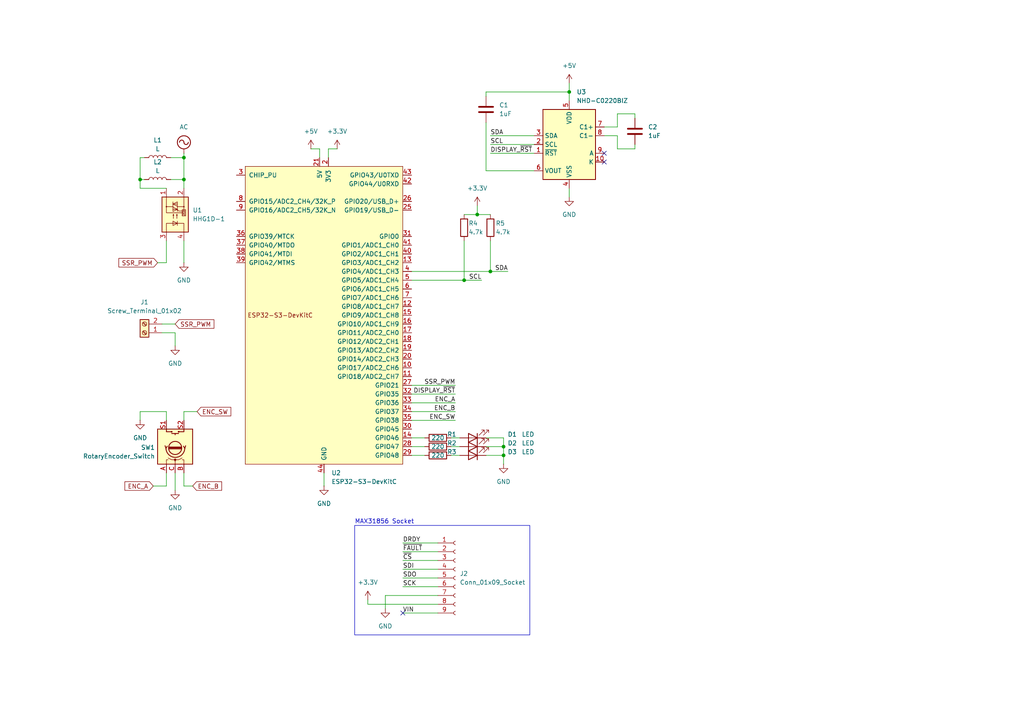
<source format=kicad_sch>
(kicad_sch (version 20250114) (generator "eeschema") (generator_version "9.0")
  (paper "A4")
  (lib_symbols
    (symbol "Connector:Conn_01x09_Socket" (pin_names (offset 1.016) (hide yes))
      (property "Reference" "J" (at 0 12.7 0))
      (property "Value" "Conn_01x09_Socket" (at 0 -12.7 0))
      (symbol "Conn_01x09_Socket_1_1"
        (polyline (pts (xy -1.27 10.16) (xy -0.508 10.16)) (stroke (width 0.1524)))
        (polyline (pts (xy -1.27 7.62) (xy -0.508 7.62)) (stroke (width 0.1524)))
        (polyline (pts (xy -1.27 5.08) (xy -0.508 5.08)) (stroke (width 0.1524)))
        (polyline (pts (xy -1.27 2.54) (xy -0.508 2.54)) (stroke (width 0.1524)))
        (polyline (pts (xy -1.27 0) (xy -0.508 0)) (stroke (width 0.1524)))
        (polyline (pts (xy -1.27 -2.54) (xy -0.508 -2.54)) (stroke (width 0.1524)))
        (polyline (pts (xy -1.27 -5.08) (xy -0.508 -5.08)) (stroke (width 0.1524)))
        (polyline (pts (xy -1.27 -7.62) (xy -0.508 -7.62)) (stroke (width 0.1524)))
        (polyline (pts (xy -1.27 -10.16) (xy -0.508 -10.16)) (stroke (width 0.1524)))
        (arc (start 0 9.652) (mid -0.5058 10.16) (end 0 10.668) (stroke (width 0.1524)))
        (arc (start 0 7.112) (mid -0.5058 7.62) (end 0 8.128) (stroke (width 0.1524)))
        (arc (start 0 4.572) (mid -0.5058 5.08) (end 0 5.588) (stroke (width 0.1524)))
        (arc (start 0 2.032) (mid -0.5058 2.54) (end 0 3.048) (stroke (width 0.1524)))
        (arc (start 0 -0.508) (mid -0.5058 0) (end 0 0.508) (stroke (width 0.1524)))
        (arc (start 0 -3.048) (mid -0.5058 -2.54) (end 0 -2.032) (stroke (width 0.1524)))
        (arc (start 0 -5.588) (mid -0.5058 -5.08) (end 0 -4.572) (stroke (width 0.1524)))
        (arc (start 0 -8.128) (mid -0.5058 -7.62) (end 0 -7.112) (stroke (width 0.1524)))
        (arc (start 0 -10.668) (mid -0.5058 -10.16) (end 0 -9.652) (stroke (width 0.1524)))
        (pin passive line (at -5.08 10.16 0) (length 3.81) (name "Pin_1") (number "1"))
        (pin passive line (at -5.08 7.62 0) (length 3.81) (name "Pin_2") (number "2"))
        (pin passive line (at -5.08 5.08 0) (length 3.81) (name "Pin_3") (number "3"))
        (pin passive line (at -5.08 2.54 0) (length 3.81) (name "Pin_4") (number "4"))
        (pin passive line (at -5.08 0 0) (length 3.81) (name "Pin_5") (number "5"))
        (pin passive line (at -5.08 -2.54 0) (length 3.81) (name "Pin_6") (number "6"))
        (pin passive line (at -5.08 -5.08 0) (length 3.81) (name "Pin_7") (number "7"))
        (pin passive line (at -5.08 -7.62 0) (length 3.81) (name "Pin_8") (number "8"))
        (pin passive line (at -5.08 -10.16 0) (length 3.81) (name "Pin_9") (number "9"))
      )
    )
    (symbol "Connector:Screw_Terminal_01x02" (pin_names (offset 1.016) (hide yes))
      (property "Reference" "J" (at 0 2.54 0))
      (property "Value" "Screw_Terminal_01x02" (at 0 -5.08 0))
      (symbol "Screw_Terminal_01x02_1_1"
        (rectangle (start -1.27 1.27) (end 1.27 -3.81) (stroke (width 0.254)) (fill (type background)))
        (polyline (pts (xy -0.5334 0.3302) (xy 0.3302 -0.508)) (stroke (width 0.1524)))
        (polyline (pts (xy -0.5334 -2.2098) (xy 0.3302 -3.048)) (stroke (width 0.1524)))
        (polyline (pts (xy -0.3556 0.508) (xy 0.508 -0.3302)) (stroke (width 0.1524)))
        (polyline (pts (xy -0.3556 -2.032) (xy 0.508 -2.8702)) (stroke (width 0.1524)))
        (circle (center 0 0) (radius 0.635) (stroke (width 0.1524)))
        (circle (center 0 -2.54) (radius 0.635) (stroke (width 0.1524)))
        (pin passive line (at -5.08 0 0) (length 3.81) (name "Pin_1") (number "1"))
        (pin passive line (at -5.08 -2.54 0) (length 3.81) (name "Pin_2") (number "2"))
      )
    )
    (symbol "Device:C" (pin_numbers (hide yes)) (pin_names (offset 0.254))
      (property "Reference" "C" (at 0.635 2.54 0))
      (property "Value" "C" (at 0.635 -2.54 0))
      (symbol "C_0_1"
        (polyline (pts (xy -2.032 0.762) (xy 2.032 0.762)) (stroke (width 0.508)))
        (polyline (pts (xy -2.032 -0.762) (xy 2.032 -0.762)) (stroke (width 0.508)))
      )
      (symbol "C_1_1"
        (pin passive line (at 0 3.81 270) (length 2.794) (name "~") (number "1"))
        (pin passive line (at 0 -3.81 90) (length 2.794) (name "~") (number "2"))
      )
    )
    (symbol "Device:L" (pin_numbers (hide yes)) (pin_names (offset 1.016) (hide yes))
      (property "Reference" "L" (at -1.27 0 90))
      (property "Value" "L" (at 1.905 0 90))
      (symbol "L_0_1"
        (arc (start 0 2.54) (mid 0.6323 1.905) (end 0 1.27))
        (arc (start 0 1.27) (mid 0.6323 0.635) (end 0 0))
        (arc (start 0 0) (mid 0.6323 -0.635) (end 0 -1.27))
        (arc (start 0 -1.27) (mid 0.6323 -1.905) (end 0 -2.54))
      )
      (symbol "L_1_1"
        (pin passive line (at 0 3.81 270) (length 1.27) (name "1") (number "1"))
        (pin passive line (at 0 -3.81 90) (length 1.27) (name "2") (number "2"))
      )
    )
    (symbol "Device:LED" (pin_numbers (hide yes)) (pin_names (offset 1.016) (hide yes))
      (property "Reference" "D" (at 0 2.54 0))
      (property "Value" "LED" (at 0 -2.54 0))
      (symbol "LED_0_1"
        (polyline (pts (xy -3.048 -0.762) (xy -4.572 -2.286) (xy -3.81 -2.286) (xy -4.572 -2.286) (xy -4.572 -1.524)))
        (polyline (pts (xy -1.778 -0.762) (xy -3.302 -2.286) (xy -2.54 -2.286) (xy -3.302 -2.286) (xy -3.302 -1.524)))
        (polyline (pts (xy -1.27 0) (xy 1.27 0)))
        (polyline (pts (xy -1.27 -1.27) (xy -1.27 1.27)) (stroke (width 0.254)))
        (polyline (pts (xy 1.27 -1.27) (xy 1.27 1.27) (xy -1.27 0) (xy 1.27 -1.27)) (stroke (width 0.254)))
      )
      (symbol "LED_1_1"
        (pin passive line (at -3.81 0 0) (length 2.54) (name "K") (number "1"))
        (pin passive line (at 3.81 0 180) (length 2.54) (name "A") (number "2"))
      )
    )
    (symbol "Device:R" (pin_numbers (hide yes)) (pin_names (offset 0))
      (property "Reference" "R" (at 2.032 0 90))
      (property "Value" "R" (at 0 0 90))
      (symbol "R_0_1"
        (rectangle (start -1.016 -2.54) (end 1.016 2.54) (stroke (width 0.254)))
      )
      (symbol "R_1_1"
        (pin passive line (at 0 3.81 270) (length 1.27) (name "~") (number "1"))
        (pin passive line (at 0 -3.81 90) (length 1.27) (name "~") (number "2"))
      )
    )
    (symbol "Device:RotaryEncoder_Switch" (pin_names (offset 0.254) (hide yes))
      (property "Reference" "SW" (at 0 6.604 0))
      (property "Value" "RotaryEncoder_Switch" (at 0 -6.604 0))
      (symbol "RotaryEncoder_Switch_0_1"
        (rectangle (start -5.08 5.08) (end 5.08 -5.08) (stroke (width 0.254)) (fill (type background)))
        (polyline (pts (xy -5.08 2.54) (xy -3.81 2.54) (xy -3.81 2.032)))
        (polyline (pts (xy -5.08 0) (xy -3.81 0) (xy -3.81 -1.016) (xy -3.302 -2.032)))
        (polyline (pts (xy -5.08 -2.54) (xy -3.81 -2.54) (xy -3.81 -2.032)))
        (polyline (pts (xy -4.318 0) (xy -3.81 0) (xy -3.81 1.016) (xy -3.302 2.032)))
        (circle (center -3.81 0) (radius 0.254) (fill (type outline)))
        (polyline (pts (xy -0.635 -1.778) (xy -0.635 1.778)) (stroke (width 0.254)))
        (circle (center -0.381 0) (radius 1.905) (stroke (width 0.254)))
        (polyline (pts (xy -0.381 -1.778) (xy -0.381 1.778)) (stroke (width 0.254)))
        (arc (start -0.381 -2.794) (mid -3.0988 -0.0635) (end -0.381 2.667) (stroke (width 0.254)))
        (polyline (pts (xy -0.127 1.778) (xy -0.127 -1.778)) (stroke (width 0.254)))
        (polyline (pts (xy 0.254 2.921) (xy -0.508 2.667) (xy 0.127 2.286)) (stroke (width 0.254)))
        (polyline (pts (xy 0.254 -3.048) (xy -0.508 -2.794) (xy 0.127 -2.413)) (stroke (width 0.254)))
        (polyline (pts (xy 3.81 1.016) (xy 3.81 -1.016)) (stroke (width 0.254)))
        (polyline (pts (xy 3.81 0) (xy 3.429 0)) (stroke (width 0.254)))
        (circle (center 4.318 1.016) (radius 0.127) (stroke (width 0.254)))
        (circle (center 4.318 -1.016) (radius 0.127) (stroke (width 0.254)))
        (polyline (pts (xy 5.08 2.54) (xy 4.318 2.54) (xy 4.318 1.016)) (stroke (width 0.254)))
        (polyline (pts (xy 5.08 -2.54) (xy 4.318 -2.54) (xy 4.318 -1.016)) (stroke (width 0.254)))
      )
      (symbol "RotaryEncoder_Switch_1_1"
        (pin passive line (at -7.62 2.54 0) (length 2.54) (name "A") (number "A"))
        (pin passive line (at -7.62 0 0) (length 2.54) (name "C") (number "C"))
        (pin passive line (at -7.62 -2.54 0) (length 2.54) (name "B") (number "B"))
        (pin passive line (at 7.62 2.54 180) (length 2.54) (name "S1") (number "S1"))
        (pin passive line (at 7.62 -2.54 180) (length 2.54) (name "S2") (number "S2"))
      )
    )
    (symbol "Display_Character:NHD-C0220BIZ"
      (property "Reference" "U" (at -6.35 11.43 0))
      (property "Value" "NHD-C0220BIZ" (at 8.89 11.43 0))
      (symbol "NHD-C0220BIZ_0_1"
        (rectangle (start -7.62 10.16) (end 7.62 -10.16) (stroke (width 0.254)) (fill (type background)))
      )
      (symbol "NHD-C0220BIZ_1_1"
        (pin bidirectional line (at -10.16 2.54 0) (length 2.54) (name "SDA") (number "3"))
        (pin input line (at -10.16 0 0) (length 2.54) (name "SCL") (number "2"))
        (pin input line (at -10.16 -2.54 0) (length 2.54) (name "~{RST}") (number "1"))
        (pin passive line (at -10.16 -7.62 0) (length 2.54) (name "VOUT") (number "6"))
        (pin power_in line (at 0 12.7 270) (length 2.54) (name "VDD") (number "5"))
        (pin power_in line (at 0 -12.7 90) (length 2.54) (name "VSS") (number "4"))
        (pin passive line (at 10.16 5.08 180) (length 2.54) (name "C1+") (number "7"))
        (pin passive line (at 10.16 2.54 180) (length 2.54) (name "C1-") (number "8"))
        (pin passive line (at 10.16 -2.54 180) (length 2.54) (name "A") (number "9"))
        (pin passive line (at 10.16 -5.08 180) (length 2.54) (name "K") (number "10"))
      )
    )
    (symbol "PCM_Espressif:ESP32-S3-DevKitC" (pin_names (offset 1.016))
      (property "Reference" "U" (at -22.86 48.26 0))
      (property "Value" "ESP32-S3-DevKitC" (at -22.86 45.72 0))
      (symbol "ESP32-S3-DevKitC_0_0"
        (text "ESP32-S3-DevKitC" (at -12.7 0 0) (effects (font (size 1.27 1.27))))
        (pin bidirectional line (at -25.4 15.24 0) (length 2.54) (name "GPIO42/MTMS") (number "39"))
        (pin power_in line (at 0 -45.72 90) (length 2.54) (name "GND") (number "44"))
        (pin bidirectional line (at 25.4 40.64 180) (length 2.54) (name "GPIO43/U0TXD") (number "43"))
        (pin bidirectional line (at 25.4 38.1 180) (length 2.54) (name "GPIO44/U0RXD") (number "42"))
        (pin bidirectional line (at 25.4 20.32 180) (length 2.54) (name "GPIO1/ADC1_CH0") (number "41"))
        (pin bidirectional line (at 25.4 17.78 180) (length 2.54) (name "GPIO2/ADC1_CH1") (number "40"))
        (pin bidirectional line (at 25.4 -10.16 180) (length 2.54) (name "GPIO13/ADC2_CH2") (number "19"))
        (pin bidirectional line (at 25.4 -35.56 180) (length 2.54) (name "GPIO46") (number "14"))
      )
      (symbol "ESP32-S3-DevKitC_0_1"
        (rectangle (start -22.86 43.18) (end 22.86 -43.18) (fill (type background)))
        (pin power_in line (at 1.27 45.72 270) (length 2.54) (name "3V3") (number "2"))
      )
      (symbol "ESP32-S3-DevKitC_1_1"
        (pin input line (at -25.4 40.64 0) (length 2.54) (name "CHIP_PU") (number "3"))
        (pin bidirectional line (at -25.4 33.02 0) (length 2.54) (name "GPIO15/ADC2_CH4/32K_P") (number "8"))
        (pin bidirectional line (at -25.4 30.48 0) (length 2.54) (name "GPIO16/ADC2_CH5/32K_N") (number "9"))
        (pin bidirectional line (at -25.4 22.86 0) (length 2.54) (name "GPIO39/MTCK") (number "36"))
        (pin bidirectional line (at -25.4 20.32 0) (length 2.54) (name "GPIO40/MTDO") (number "37"))
        (pin bidirectional line (at -25.4 17.78 0) (length 2.54) (name "GPIO41/MTDI") (number "38"))
        (pin power_in line (at -1.27 45.72 270) (length 2.54) (name "5V") (number "21"))
        (pin passive line (at 0 -45.72 90) (length 2.54) (hide yes) (name "GND") (number "22"))
        (pin passive line (at 0 -45.72 90) (length 2.54) (hide yes) (name "GND") (number "23"))
        (pin passive line (at 0 -45.72 90) (length 2.54) (hide yes) (name "GND") (number "24"))
        (pin passive line (at 1.27 45.72 270) (length 2.54) (hide yes) (name "3V3") (number "1"))
        (pin bidirectional line (at 25.4 33.02 180) (length 2.54) (name "GPIO20/USB_D+") (number "26"))
        (pin bidirectional line (at 25.4 30.48 180) (length 2.54) (name "GPIO19/USB_D-") (number "25"))
        (pin bidirectional line (at 25.4 22.86 180) (length 2.54) (name "GPIO0") (number "31"))
        (pin bidirectional line (at 25.4 15.24 180) (length 2.54) (name "GPIO3/ADC1_CH2") (number "13"))
        (pin bidirectional line (at 25.4 12.7 180) (length 2.54) (name "GPIO4/ADC1_CH3") (number "4"))
        (pin bidirectional line (at 25.4 10.16 180) (length 2.54) (name "GPIO5/ADC1_CH4") (number "5"))
        (pin bidirectional line (at 25.4 7.62 180) (length 2.54) (name "GPIO6/ADC1_CH5") (number "6"))
        (pin bidirectional line (at 25.4 5.08 180) (length 2.54) (name "GPIO7/ADC1_CH6") (number "7"))
        (pin bidirectional line (at 25.4 2.54 180) (length 2.54) (name "GPIO8/ADC1_CH7") (number "12"))
        (pin bidirectional line (at 25.4 0 180) (length 2.54) (name "GPIO9/ADC1_CH8") (number "15"))
        (pin bidirectional line (at 25.4 -2.54 180) (length 2.54) (name "GPIO10/ADC1_CH9") (number "16"))
        (pin bidirectional line (at 25.4 -5.08 180) (length 2.54) (name "GPIO11/ADC2_CH0") (number "17"))
        (pin bidirectional line (at 25.4 -7.62 180) (length 2.54) (name "GPIO12/ADC2_CH1") (number "18"))
        (pin bidirectional line (at 25.4 -12.7 180) (length 2.54) (name "GPIO14/ADC2_CH3") (number "20"))
        (pin bidirectional line (at 25.4 -15.24 180) (length 2.54) (name "GPIO17/ADC2_CH6") (number "10"))
        (pin bidirectional line (at 25.4 -17.78 180) (length 2.54) (name "GPIO18/ADC2_CH7") (number "11"))
        (pin bidirectional line (at 25.4 -20.32 180) (length 2.54) (name "GPIO21") (number "27"))
        (pin bidirectional line (at 25.4 -22.86 180) (length 2.54) (name "GPIO35") (number "32"))
        (pin bidirectional line (at 25.4 -25.4 180) (length 2.54) (name "GPIO36") (number "33"))
        (pin bidirectional line (at 25.4 -27.94 180) (length 2.54) (name "GPIO37") (number "34"))
        (pin bidirectional line (at 25.4 -30.48 180) (length 2.54) (name "GPIO38") (number "35"))
        (pin bidirectional line (at 25.4 -33.02 180) (length 2.54) (name "GPIO45") (number "30"))
        (pin bidirectional line (at 25.4 -38.1 180) (length 2.54) (name "GPIO47") (number "28"))
        (pin bidirectional line (at 25.4 -40.64 180) (length 2.54) (name "GPIO48") (number "29"))
      )
    )
    (symbol "Relay_SolidState:HHG1D-1"
      (property "Reference" "U" (at -5.08 5.08 0))
      (property "Value" "HHG1D-1" (at 0 5.08 0))
      (symbol "HHG1D-1_0_0"
        (rectangle (start -0.381 -2.032) (end 1.397 -3.048))
        (polyline (pts (xy 1.524 -0.635) (xy 1.016 -1.016) (xy 1.016 -2.032)))
        (polyline (pts (xy 2.286 -2.54) (xy 1.397 -2.54)))
        (text "ZCD" (at 0.508 -2.54 0) (effects (font (size 0.508 0.508))))
      )
      (symbol "HHG1D-1_0_1"
        (rectangle (start -5.08 3.81) (end 5.08 -3.81) (stroke (width 0.254)) (fill (type background)))
        (polyline (pts (xy -5.08 2.54) (xy -2.54 2.54) (xy -2.54 -2.54) (xy -5.08 -2.54)))
        (polyline (pts (xy -3.175 -0.635) (xy -1.905 -0.635)))
        (polyline (pts (xy -2.54 -0.635) (xy -3.175 0.635) (xy -1.905 0.635) (xy -2.54 -0.635)))
        (polyline (pts (xy -1.143 0.508) (xy 0.127 0.508) (xy -0.254 0.381) (xy -0.254 0.635) (xy 0.127 0.508)))
        (polyline (pts (xy -1.143 -0.508) (xy 0.127 -0.508) (xy -0.254 -0.635) (xy -0.254 -0.381) (xy 0.127 -0.508)))
        (polyline (pts (xy 0.889 -0.635) (xy 3.683 -0.635) (xy 3.048 0.635) (xy 2.413 -0.635)))
        (polyline (pts (xy 1.524 -0.635) (xy 1.524 0.635)))
        (polyline (pts (xy 2.286 2.54) (xy 0.508 2.54) (xy 0.508 -2.032)))
        (circle (center 2.286 2.54) (radius 0.127))
        (polyline (pts (xy 2.286 0.635) (xy 2.286 2.54) (xy 5.08 2.54)))
        (polyline (pts (xy 2.286 -0.635) (xy 2.286 -2.54) (xy 5.08 -2.54)))
        (circle (center 2.286 -2.54) (radius 0.127))
        (polyline (pts (xy 3.048 0.635) (xy 3.048 -0.635)))
        (polyline (pts (xy 3.683 0.635) (xy 0.889 0.635) (xy 1.524 -0.635) (xy 2.159 0.635)))
      )
      (symbol "HHG1D-1_1_1"
        (pin passive line (at -7.62 2.54 0) (length 2.54) (name "~") (number "3"))
        (pin passive line (at -7.62 -2.54 0) (length 2.54) (name "~") (number "4"))
        (pin passive line (at 7.62 2.54 180) (length 2.54) (name "~") (number "1"))
        (pin passive line (at 7.62 -2.54 180) (length 2.54) (name "~") (number "2"))
      )
    )
    (symbol "power:+3.3V" (power) (pin_numbers (hide yes)) (pin_names (offset 0) (hide yes))
      (property "Value" "+3.3V" (at 0 3.556 0))
      (symbol "+3.3V_0_1"
        (polyline (pts (xy -0.762 1.27) (xy 0 2.54)))
        (polyline (pts (xy 0 2.54) (xy 0.762 1.27)))
        (polyline (pts (xy 0 0) (xy 0 2.54)))
      )
      (symbol "+3.3V_1_1"
        (pin power_in line (at 0 0 90) (length 0) (name "~") (number "1"))
      )
    )
    (symbol "power:+5V" (power) (pin_numbers (hide yes)) (pin_names (offset 0) (hide yes))
      (property "Value" "+5V" (at 0 3.556 0))
      (symbol "+5V_0_1"
        (polyline (pts (xy -0.762 1.27) (xy 0 2.54)))
        (polyline (pts (xy 0 2.54) (xy 0.762 1.27)))
        (polyline (pts (xy 0 0) (xy 0 2.54)))
      )
      (symbol "+5V_1_1"
        (pin power_in line (at 0 0 90) (length 0) (name "~") (number "1"))
      )
    )
    (symbol "power:AC" (power) (pin_numbers (hide yes)) (pin_names (offset 0) (hide yes))
      (property "Value" "AC" (at 0 6.35 0))
      (symbol "AC_0_1"
        (arc (start -1.27 3.175) (mid -0.635 3.8073) (end 0 3.175) (stroke (width 0.254)))
        (circle (center 0 3.175) (radius 1.905) (stroke (width 0.254)))
        (polyline (pts (xy 0 0) (xy 0 1.27)))
        (arc (start 1.27 3.175) (mid 0.635 2.5427) (end 0 3.175) (stroke (width 0.254)))
      )
      (symbol "AC_1_1"
        (pin power_in line (at 0 0 90) (length 0) (name "~") (number "1"))
      )
    )
    (symbol "power:GND" (power) (pin_numbers (hide yes)) (pin_names (offset 0) (hide yes))
      (property "Value" "GND" (at 0 -3.81 0))
      (symbol "GND_0_1"
        (polyline (pts (xy 0 0) (xy 0 -1.27) (xy 1.27 -1.27) (xy 0 -2.54) (xy -1.27 -1.27) (xy 0 -1.27)))
      )
      (symbol "GND_1_1"
        (pin power_in line (at 0 0 270) (length 0) (name "~") (number "1"))
      )
    )
  )
  (rectangle (start 102.87 152.4) (end 153.67 184.15))
  (text "MAX31856 Socket" (at 111.506 151.384 0) (effects (font (size 1.27 1.27))))
  (junction (at 138.43 62.23))
  (junction (at 53.34 45.72))
  (junction (at 142.24 78.74))
  (junction (at 146.05 132.08))
  (junction (at 40.64 52.07))
  (junction (at 134.62 81.28))
  (junction (at 53.34 52.07))
  (junction (at 165.1 26.67))
  (junction (at 146.05 129.54))
  (no_connect (at 116.84 177.8))
  (no_connect (at 175.26 44.45))
  (no_connect (at 175.26 46.99))
  (wire (pts (xy 134.62 62.23) (xy 138.43 62.23)))
  (wire (pts (xy 48.26 140.97) (xy 44.45 140.97)))
  (wire (pts (xy 119.38 129.54) (xy 123.19 129.54)))
  (wire (pts (xy 184.15 43.18) (xy 184.15 41.91)))
  (wire (pts (xy 130.81 127) (xy 133.35 127)))
  (wire (pts (xy 179.07 43.18) (xy 184.15 43.18)))
  (wire (pts (xy 134.62 81.28) (xy 139.7 81.28)))
  (wire (pts (xy 111.76 172.72) (xy 111.76 176.53)))
  (wire (pts (xy 184.15 33.02) (xy 184.15 34.29)))
  (wire (pts (xy 46.99 96.52) (xy 50.8 96.52)))
  (wire (pts (xy 40.64 52.07) (xy 40.64 45.72)))
  (wire (pts (xy 130.81 132.08) (xy 133.35 132.08)))
  (wire (pts (xy 93.98 137.16) (xy 93.98 140.97)))
  (wire (pts (xy 165.1 24.13) (xy 165.1 26.67)))
  (wire (pts (xy 116.84 160.02) (xy 127 160.02)))
  (wire (pts (xy 95.25 43.18) (xy 97.79 43.18)))
  (wire (pts (xy 49.53 45.72) (xy 53.34 45.72)))
  (wire (pts (xy 106.68 175.26) (xy 106.68 173.99)))
  (wire (pts (xy 53.34 119.38) (xy 57.15 119.38)))
  (wire (pts (xy 40.64 119.38) (xy 48.26 119.38)))
  (wire (pts (xy 48.26 119.38) (xy 48.26 121.92)))
  (wire (pts (xy 175.26 36.83) (xy 179.07 36.83)))
  (wire (pts (xy 119.38 121.92) (xy 132.08 121.92)))
  (wire (pts (xy 92.71 43.18) (xy 90.17 43.18)))
  (wire (pts (xy 50.8 137.16) (xy 50.8 142.24)))
  (wire (pts (xy 116.84 157.48) (xy 127 157.48)))
  (wire (pts (xy 165.1 54.61) (xy 165.1 57.15)))
  (wire (pts (xy 119.38 78.74) (xy 142.24 78.74)))
  (wire (pts (xy 53.34 140.97) (xy 55.88 140.97)))
  (wire (pts (xy 119.38 81.28) (xy 134.62 81.28)))
  (wire (pts (xy 40.64 52.07) (xy 41.91 52.07)))
  (wire (pts (xy 92.71 45.72) (xy 92.71 43.18)))
  (wire (pts (xy 116.84 167.64) (xy 127 167.64)))
  (wire (pts (xy 50.8 96.52) (xy 50.8 100.33)))
  (wire (pts (xy 140.97 35.56) (xy 140.97 49.53)))
  (wire (pts (xy 48.26 137.16) (xy 48.26 140.97)))
  (wire (pts (xy 142.24 78.74) (xy 147.32 78.74)))
  (wire (pts (xy 53.34 121.92) (xy 53.34 119.38)))
  (wire (pts (xy 116.84 165.1) (xy 127 165.1)))
  (wire (pts (xy 175.26 39.37) (xy 179.07 39.37)))
  (wire (pts (xy 140.97 49.53) (xy 154.94 49.53)))
  (wire (pts (xy 138.43 62.23) (xy 142.24 62.23)))
  (wire (pts (xy 179.07 39.37) (xy 179.07 43.18)))
  (wire (pts (xy 53.34 44.45) (xy 53.34 45.72)))
  (wire (pts (xy 142.24 69.85) (xy 142.24 78.74)))
  (wire (pts (xy 142.24 44.45) (xy 154.94 44.45)))
  (wire (pts (xy 179.07 33.02) (xy 184.15 33.02)))
  (wire (pts (xy 142.24 41.91) (xy 154.94 41.91)))
  (wire (pts (xy 179.07 36.83) (xy 179.07 33.02)))
  (wire (pts (xy 40.64 54.61) (xy 48.26 54.61)))
  (wire (pts (xy 40.64 45.72) (xy 41.91 45.72)))
  (wire (pts (xy 134.62 69.85) (xy 134.62 81.28)))
  (wire (pts (xy 45.72 76.2) (xy 48.26 76.2)))
  (wire (pts (xy 119.38 119.38) (xy 132.08 119.38)))
  (wire (pts (xy 140.97 26.67) (xy 140.97 27.94)))
  (wire (pts (xy 53.34 69.85) (xy 53.34 76.2)))
  (wire (pts (xy 53.34 137.16) (xy 53.34 140.97)))
  (wire (pts (xy 146.05 129.54) (xy 140.97 129.54)))
  (wire (pts (xy 40.64 121.92) (xy 40.64 119.38)))
  (wire (pts (xy 116.84 177.8) (xy 127 177.8)))
  (wire (pts (xy 138.43 62.23) (xy 138.43 59.69)))
  (wire (pts (xy 119.38 114.3) (xy 132.08 114.3)))
  (wire (pts (xy 146.05 132.08) (xy 146.05 134.62)))
  (wire (pts (xy 53.34 52.07) (xy 53.34 54.61)))
  (wire (pts (xy 111.76 172.72) (xy 127 172.72)))
  (wire (pts (xy 48.26 76.2) (xy 48.26 69.85)))
  (wire (pts (xy 116.84 170.18) (xy 127 170.18)))
  (wire (pts (xy 49.53 52.07) (xy 53.34 52.07)))
  (wire (pts (xy 130.81 129.54) (xy 133.35 129.54)))
  (wire (pts (xy 119.38 132.08) (xy 123.19 132.08)))
  (wire (pts (xy 142.24 39.37) (xy 154.94 39.37)))
  (wire (pts (xy 146.05 127) (xy 140.97 127)))
  (wire (pts (xy 146.05 129.54) (xy 146.05 132.08)))
  (wire (pts (xy 146.05 129.54) (xy 146.05 127)))
  (wire (pts (xy 119.38 127) (xy 123.19 127)))
  (wire (pts (xy 40.64 54.61) (xy 40.64 52.07)))
  (wire (pts (xy 119.38 116.84) (xy 132.08 116.84)))
  (wire (pts (xy 46.99 93.98) (xy 50.8 93.98)))
  (wire (pts (xy 140.97 26.67) (xy 165.1 26.67)))
  (wire (pts (xy 165.1 26.67) (xy 165.1 29.21)))
  (wire (pts (xy 53.34 45.72) (xy 53.34 52.07)))
  (wire (pts (xy 146.05 132.08) (xy 140.97 132.08)))
  (wire (pts (xy 119.38 111.76) (xy 132.08 111.76)))
  (wire (pts (xy 95.25 45.72) (xy 95.25 43.18)))
  (wire (pts (xy 116.84 162.56) (xy 127 162.56)))
  (wire (pts (xy 106.68 175.26) (xy 127 175.26)))
  (label "~{CS}" (at 116.84 162.56 0))
  (label "SCL" (at 142.24 41.91 0))
  (label "ENC_B" (at 132.08 119.38 180))
  (label "ENC_A" (at 132.08 116.84 180))
  (label "SCK" (at 116.84 170.18 0))
  (label "DISPLAY_~{RST}" (at 132.08 114.3 180))
  (label "DRDY" (at 116.84 157.48 0))
  (label "SDO" (at 116.84 167.64 0))
  (label "SDI" (at 116.84 165.1 0))
  (label "DISPLAY_~{RST}" (at 142.24 44.45 0))
  (label "SCL" (at 139.7 81.28 180))
  (label "SDA" (at 142.24 39.37 0))
  (label "SSR_PWM" (at 132.08 111.76 180))
  (label "ENC_SW" (at 132.08 121.92 180))
  (label "VIN" (at 116.84 177.8 0))
  (label "SDA" (at 147.32 78.74 180))
  (label "~{FAULT}" (at 116.84 160.02 0))
  (global_label "ENC_SW" (shape input) (at 57.15 119.38 0) (property "Intersheetrefs" "${INTERSHEET_REFS}" (effects (hide yes))))
  (global_label "ENC_A" (shape input) (at 44.45 140.97 180) (property "Intersheetrefs" "${INTERSHEET_REFS}" (effects (hide yes))))
  (global_label "SSR_PWM" (shape input) (at 50.8 93.98 0) (property "Intersheetrefs" "${INTERSHEET_REFS}" (effects (hide yes))))
  (global_label "ENC_B" (shape input) (at 55.88 140.97 0) (property "Intersheetrefs" "${INTERSHEET_REFS}" (effects (hide yes))))
  (global_label "SSR_PWM" (shape input) (at 45.72 76.2 180) (property "Intersheetrefs" "${INTERSHEET_REFS}" (effects (hide yes))))
  (symbol (lib_id "Device:RotaryEncoder_Switch") (at 50.8 129.54 90) (unit 1)
    (property "Reference" "SW1" (at 44.958 129.794 90) (effects (justify left)))
    (property "Value" "RotaryEncoder_Switch" (at 44.958 132.334 90) (effects (justify left)))
    (property "Footprint" "!footprints:PEC164120FS0012" (effects (hide yes)))
    (property "Description" "Rotary encoder, dual channel, incremental quadrate outputs, with switch" (effects (hide yes)))
  )
  (symbol (lib_id "power:GND") (at 146.05 134.62 0) (unit 1)
    (property "Reference" "#PWR012" (effects (hide yes)))
    (property "Value" "GND" (at 146.05 139.7 0))
    (property "Description" "Power symbol creates a global label with name \"GND\" , ground" (effects (hide yes)))
  )
  (symbol (lib_id "Device:R") (at 127 127 90) (unit 1)
    (property "Reference" "R1" (at 131.064 125.984 90))
    (property "Value" "220" (at 127 127 90))
    (property "Footprint" "Resistor_SMD:R_0805_2012Metric_Pad1.20x1.40mm_HandSolder" (effects (hide yes)))
    (property "Description" "Resistor" (effects (hide yes)))
  )
  (symbol (lib_id "Connector:Screw_Terminal_01x02") (at 41.91 96.52 180) (unit 1)
    (property "Reference" "J1" (at 41.91 87.63 0))
    (property "Value" "Screw_Terminal_01x02" (at 41.91 90.17 0))
    (property "Footprint" "phoenix_footprints:TE_282837-2" (effects (hide yes)))
    (property "Description" "Generic screw terminal, single row, 01x02, script generated (kicad-library-utils/schlib/autogen/connector/)" (effects (hide yes)))
  )
  (symbol (lib_id "Device:C") (at 184.15 38.1 0) (unit 1)
    (property "Reference" "C2" (at 187.96 36.8299 0) (effects (justify left)))
    (property "Value" "1uF" (at 187.96 39.3699 0) (effects (justify left)))
    (property "Footprint" "Capacitor_SMD:C_0805_2012Metric" (effects (hide yes)))
    (property "Description" "Unpolarized capacitor" (effects (hide yes)))
  )
  (symbol (lib_id "Device:L") (at 45.72 52.07 90) (unit 1) (on_board no)
    (property "Reference" "L2" (at 45.72 46.99 90))
    (property "Value" "L" (at 45.72 49.53 90))
    (property "Description" "Inductor" (effects (hide yes)))
  )
  (symbol (lib_id "Device:C") (at 140.97 31.75 0) (unit 1)
    (property "Reference" "C1" (at 144.78 30.4799 0) (effects (justify left)))
    (property "Value" "1uF" (at 144.78 33.0199 0) (effects (justify left)))
    (property "Footprint" "Capacitor_SMD:C_0805_2012Metric" (effects (hide yes)))
    (property "Description" "Unpolarized capacitor" (effects (hide yes)))
  )
  (symbol (lib_id "Relay_SolidState:HHG1D-1") (at 50.8 62.23 90) (unit 1) (on_board no)
    (property "Reference" "U1" (at 55.88 60.9599 90) (effects (justify right)))
    (property "Value" "HHG1D-1" (at 55.88 63.4999 90) (effects (justify right)))
    (property "Datasheet" "https://ncr.hk/uploads/Relays/Solid_State_Relays/HHG1D-1.pdf" (effects (hide yes)))
    (property "Description" "NCR zero cross solid state relay 1A, 2A, 3A, 4A" (effects (hide yes)))
  )
  (symbol (lib_id "power:GND") (at 165.1 57.15 0) (unit 1)
    (property "Reference" "#PWR014" (effects (hide yes)))
    (property "Value" "GND" (at 165.1 62.23 0))
    (property "Description" "Power symbol creates a global label with name \"GND\" , ground" (effects (hide yes)))
  )
  (symbol (lib_id "power:+3.3V") (at 106.68 173.99 0) (unit 1)
    (property "Reference" "#PWR09" (effects (hide yes)))
    (property "Value" "+3.3V" (at 106.68 168.91 0))
    (property "Description" "Power symbol creates a global label with name \"+3.3V\"" (effects (hide yes)))
  )
  (symbol (lib_id "power:GND") (at 40.64 121.92 0) (unit 1)
    (property "Reference" "#PWR01" (effects (hide yes)))
    (property "Value" "GND" (at 40.64 127 0))
    (property "Description" "Power symbol creates a global label with name \"GND\" , ground" (effects (hide yes)))
  )
  (symbol (lib_id "power:+5V") (at 90.17 43.18 0) (unit 1)
    (property "Reference" "#PWR06" (effects (hide yes)))
    (property "Value" "+5V" (at 90.17 38.1 0))
    (property "Description" "Power symbol creates a global label with name \"+5V\"" (effects (hide yes)))
  )
  (symbol (lib_id "Device:LED") (at 137.16 127 180) (unit 1)
    (property "Reference" "D1" (at 148.59 125.984 0))
    (property "Value" "LED" (at 153.162 125.984 0))
    (property "Footprint" "Diode_SMD:D_0805_2012Metric_Pad1.15x1.40mm_HandSolder" (effects (hide yes)))
    (property "Description" "Light emitting diode" (effects (hide yes)))
    (property "Sim.Pins" "1=K 2=A" (effects (hide yes)))
  )
  (symbol (lib_id "Device:L") (at 45.72 45.72 90) (unit 1) (on_board no)
    (property "Reference" "L1" (at 45.72 40.64 90))
    (property "Value" "L" (at 45.72 43.18 90))
    (property "Description" "Inductor" (effects (hide yes)))
  )
  (symbol (lib_id "power:AC") (at 53.34 44.45 0) (unit 1)
    (property "Reference" "#PWR04" (effects (hide yes)))
    (property "Value" "AC" (at 53.34 36.83 0))
    (property "Description" "Power symbol creates a global label with name \"AC\"" (effects (hide yes)))
  )
  (symbol (lib_id "Device:LED") (at 137.16 129.54 180) (unit 1)
    (property "Reference" "D2" (at 148.59 128.524 0))
    (property "Value" "LED" (at 153.162 128.524 0))
    (property "Footprint" "Diode_SMD:D_0805_2012Metric_Pad1.15x1.40mm_HandSolder" (effects (hide yes)))
    (property "Description" "Light emitting diode" (effects (hide yes)))
    (property "Sim.Pins" "1=K 2=A" (effects (hide yes)))
  )
  (symbol (lib_id "power:GND") (at 53.34 76.2 0) (unit 1)
    (property "Reference" "#PWR05" (effects (hide yes)))
    (property "Value" "GND" (at 53.34 81.28 0))
    (property "Description" "Power symbol creates a global label with name \"GND\" , ground" (effects (hide yes)))
  )
  (symbol (lib_id "Device:R") (at 142.24 66.04 0) (unit 1)
    (property "Reference" "R5" (at 143.764 64.77 0) (effects (justify left)))
    (property "Value" "4.7k" (at 143.764 67.31 0) (effects (justify left)))
    (property "Footprint" "Resistor_SMD:R_0805_2012Metric_Pad1.20x1.40mm_HandSolder" (effects (hide yes)))
    (property "Description" "Resistor" (effects (hide yes)))
  )
  (symbol (lib_id "Device:LED") (at 137.16 132.08 180) (unit 1)
    (property "Reference" "D3" (at 148.59 131.064 0))
    (property "Value" "LED" (at 153.162 131.064 0))
    (property "Footprint" "Diode_SMD:D_0805_2012Metric_Pad1.15x1.40mm_HandSolder" (effects (hide yes)))
    (property "Description" "Light emitting diode" (effects (hide yes)))
    (property "Sim.Pins" "1=K 2=A" (effects (hide yes)))
  )
  (symbol (lib_id "Device:R") (at 127 129.54 90) (unit 1)
    (property "Reference" "R2" (at 131.064 128.524 90))
    (property "Value" "220" (at 127 129.54 90))
    (property "Footprint" "Resistor_SMD:R_0805_2012Metric_Pad1.20x1.40mm_HandSolder" (effects (hide yes)))
    (property "Description" "Resistor" (effects (hide yes)))
  )
  (symbol (lib_id "PCM_Espressif:ESP32-S3-DevKitC") (at 93.98 91.44 0) (unit 1)
    (property "Reference" "U2" (at 96.1233 137.16 0) (effects (justify left)))
    (property "Value" "ESP32-S3-DevKitC" (at 96.1233 139.7 0) (effects (justify left)))
    (property "Footprint" "PCM_Espressif:ESP32-S3-DevKitC" (effects (hide yes)))
    (property "Description" "ESP32-S3-DevKitC" (effects (hide yes)))
  )
  (symbol (lib_id "Connector:Conn_01x09_Socket") (at 132.08 167.64 0) (unit 1)
    (property "Reference" "J2" (at 133.35 166.3699 0) (effects (justify left)))
    (property "Value" "Conn_01x09_Socket" (at 133.35 168.9099 0) (effects (justify left)))
    (property "Footprint" "!footprints:MAX31856_HEADER" (effects (hide yes)))
    (property "Description" "Generic connector, single row, 01x09, script generated" (effects (hide yes)))
  )
  (symbol (lib_id "power:GND") (at 93.98 140.97 0) (unit 1)
    (property "Reference" "#PWR07" (effects (hide yes)))
    (property "Value" "GND" (at 93.98 146.05 0))
    (property "Description" "Power symbol creates a global label with name \"GND\" , ground" (effects (hide yes)))
  )
  (symbol (lib_id "power:GND") (at 50.8 100.33 0) (unit 1)
    (property "Reference" "#PWR02" (effects (hide yes)))
    (property "Value" "GND" (at 50.8 105.41 0))
    (property "Description" "Power symbol creates a global label with name \"GND\" , ground" (effects (hide yes)))
  )
  (symbol (lib_id "power:GND") (at 111.76 176.53 0) (unit 1)
    (property "Reference" "#PWR010" (effects (hide yes)))
    (property "Value" "GND" (at 111.76 181.61 0))
    (property "Description" "Power symbol creates a global label with name \"GND\" , ground" (effects (hide yes)))
  )
  (symbol (lib_id "power:GND") (at 50.8 142.24 0) (unit 1)
    (property "Reference" "#PWR03" (effects (hide yes)))
    (property "Value" "GND" (at 50.8 147.32 0))
    (property "Description" "Power symbol creates a global label with name \"GND\" , ground" (effects (hide yes)))
  )
  (symbol (lib_id "power:+5V") (at 165.1 24.13 0) (unit 1)
    (property "Reference" "#PWR013" (effects (hide yes)))
    (property "Value" "+5V" (at 165.1 19.05 0))
    (property "Description" "Power symbol creates a global label with name \"+5V\"" (effects (hide yes)))
  )
  (symbol (lib_id "Device:R") (at 127 132.08 90) (unit 1)
    (property "Reference" "R3" (at 131.064 131.064 90))
    (property "Value" "220" (at 127 132.08 90))
    (property "Footprint" "Resistor_SMD:R_0805_2012Metric_Pad1.20x1.40mm_HandSolder" (effects (hide yes)))
    (property "Description" "Resistor" (effects (hide yes)))
  )
  (symbol (lib_id "power:+3.3V") (at 97.79 43.18 0) (unit 1)
    (property "Reference" "#PWR08" (effects (hide yes)))
    (property "Value" "+3.3V" (at 97.79 38.1 0))
    (property "Description" "Power symbol creates a global label with name \"+3.3V\"" (effects (hide yes)))
  )
  (symbol (lib_id "power:+3.3V") (at 138.43 59.69 0) (unit 1)
    (property "Reference" "#PWR011" (effects (hide yes)))
    (property "Value" "+3.3V" (at 138.43 54.61 0))
    (property "Description" "Power symbol creates a global label with name \"+3.3V\"" (effects (hide yes)))
  )
  (symbol (lib_id "Device:R") (at 134.62 66.04 0) (unit 1)
    (property "Reference" "R4" (at 135.89 64.77 0) (effects (justify left)))
    (property "Value" "4.7k" (at 135.89 67.31 0) (effects (justify left)))
    (property "Footprint" "Resistor_SMD:R_0805_2012Metric_Pad1.20x1.40mm_HandSolder" (effects (hide yes)))
    (property "Description" "Resistor" (effects (hide yes)))
  )
  (symbol (lib_id "Display_Character:NHD-C0220BIZ") (at 165.1 41.91 0) (unit 1)
    (property "Reference" "U3" (at 167.2433 26.67 0) (effects (justify left)))
    (property "Value" "NHD-C0220BIZ" (at 167.2433 29.21 0) (effects (justify left)))
    (property "Footprint" "Display:NHD-C0220BiZ" (effects (hide yes)))
    (property "Datasheet" "http://www.newhavendisplay.com/specs/NHD-C0220BiZ-FSW-FBW-3V3M.pdf" (effects (hide yes)))
    (property "Description" "LCD 20x2 Alphanumeric 10pin Blue/White/Green Backlight, i2c, 3.3V VDD" (effects (hide yes)))
  )
)
</source>
